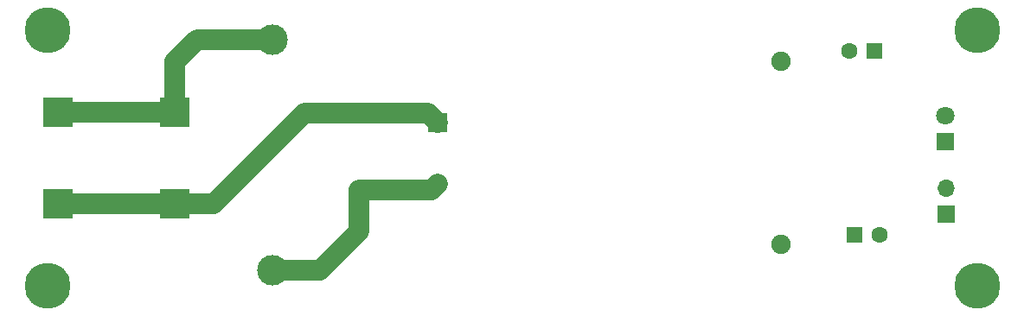
<source format=gbr>
G04 #@! TF.GenerationSoftware,KiCad,Pcbnew,(5.0.1)-3*
G04 #@! TF.CreationDate,2021-03-31T10:43:35+05:45*
G04 #@! TF.ProjectId,Power,506F7765722E6B696361645F70636200,rev?*
G04 #@! TF.SameCoordinates,Original*
G04 #@! TF.FileFunction,Copper,L2,Bot,Signal*
G04 #@! TF.FilePolarity,Positive*
%FSLAX46Y46*%
G04 Gerber Fmt 4.6, Leading zero omitted, Abs format (unit mm)*
G04 Created by KiCad (PCBNEW (5.0.1)-3) date 3/31/2021 10:43:35 AM*
%MOMM*%
%LPD*%
G01*
G04 APERTURE LIST*
G04 #@! TA.AperFunction,WasherPad*
%ADD10C,4.500000*%
G04 #@! TD*
G04 #@! TA.AperFunction,ComponentPad*
%ADD11C,3.000000*%
G04 #@! TD*
G04 #@! TA.AperFunction,ComponentPad*
%ADD12R,1.700000X1.700000*%
G04 #@! TD*
G04 #@! TA.AperFunction,ComponentPad*
%ADD13O,1.700000X1.700000*%
G04 #@! TD*
G04 #@! TA.AperFunction,ComponentPad*
%ADD14R,1.800000X1.800000*%
G04 #@! TD*
G04 #@! TA.AperFunction,ComponentPad*
%ADD15C,1.800000*%
G04 #@! TD*
G04 #@! TA.AperFunction,ComponentPad*
%ADD16R,1.900000X1.900000*%
G04 #@! TD*
G04 #@! TA.AperFunction,ComponentPad*
%ADD17C,1.900000*%
G04 #@! TD*
G04 #@! TA.AperFunction,ComponentPad*
%ADD18R,3.000000X3.000000*%
G04 #@! TD*
G04 #@! TA.AperFunction,ComponentPad*
%ADD19C,1.600000*%
G04 #@! TD*
G04 #@! TA.AperFunction,ComponentPad*
%ADD20R,1.600000X1.600000*%
G04 #@! TD*
G04 #@! TA.AperFunction,Conductor*
%ADD21C,2.000000*%
G04 #@! TD*
G04 #@! TA.AperFunction,Conductor*
%ADD22C,1.000000*%
G04 #@! TD*
G04 APERTURE END LIST*
D10*
G04 #@! TO.P,MH2,*
G04 #@! TO.N,*
X148000000Y-68000000D03*
G04 #@! TD*
G04 #@! TO.P,MH2,*
G04 #@! TO.N,*
X239000000Y-68000000D03*
G04 #@! TD*
G04 #@! TO.P,MH2,*
G04 #@! TO.N,*
X239000000Y-43000000D03*
G04 #@! TD*
D11*
G04 #@! TO.P,F1,1*
G04 #@! TO.N,Net-(F1-Pad1)*
X170000000Y-66500000D03*
G04 #@! TO.P,F1,2*
G04 #@! TO.N,Net-(F1-Pad2)*
X170000000Y-43900000D03*
G04 #@! TD*
D12*
G04 #@! TO.P,J1,1*
G04 #@! TO.N,5V*
X236000000Y-61000000D03*
D13*
G04 #@! TO.P,J1,2*
G04 #@! TO.N,GND*
X236000000Y-58460000D03*
G04 #@! TD*
D14*
G04 #@! TO.P,D1,1*
G04 #@! TO.N,GND*
X235930000Y-53920000D03*
D15*
G04 #@! TO.P,D1,2*
G04 #@! TO.N,Net-(D1-Pad2)*
X235930000Y-51380000D03*
G04 #@! TD*
D10*
G04 #@! TO.P,MH1,*
G04 #@! TO.N,*
X148000000Y-43000000D03*
G04 #@! TD*
D16*
G04 #@! TO.P,PS1,1*
G04 #@! TO.N,Net-(J2-Pad1)*
X186200000Y-52000000D03*
D17*
G04 #@! TO.P,PS1,2*
G04 #@! TO.N,Net-(F1-Pad1)*
X186200000Y-58000000D03*
G04 #@! TO.P,PS1,3*
G04 #@! TO.N,GND*
X219800000Y-46000000D03*
G04 #@! TO.P,PS1,4*
G04 #@! TO.N,5V*
X219800000Y-64000000D03*
G04 #@! TD*
D18*
G04 #@! TO.P,J2,1*
G04 #@! TO.N,Net-(J2-Pad1)*
X149000000Y-60000000D03*
G04 #@! TO.P,J2,2*
G04 #@! TO.N,Net-(F1-Pad2)*
X149000000Y-51000000D03*
G04 #@! TO.P,J2,1*
G04 #@! TO.N,Net-(J2-Pad1)*
X160500000Y-60000000D03*
G04 #@! TO.P,J2,2*
G04 #@! TO.N,Net-(F1-Pad2)*
X160500000Y-51000000D03*
G04 #@! TD*
D15*
G04 #@! TO.P,RV1,1*
G04 #@! TO.N,Net-(F1-Pad1)*
X178480000Y-58590000D03*
G04 #@! TO.P,RV1,2*
G04 #@! TO.N,Net-(J2-Pad1)*
X179880000Y-51090000D03*
G04 #@! TD*
D19*
G04 #@! TO.P,C3,2*
G04 #@! TO.N,GND*
X229500000Y-63000000D03*
D20*
G04 #@! TO.P,C3,1*
G04 #@! TO.N,5V*
X227000000Y-63000000D03*
G04 #@! TD*
G04 #@! TO.P,C4,1*
G04 #@! TO.N,5V*
X229000000Y-45000000D03*
D19*
G04 #@! TO.P,C4,2*
G04 #@! TO.N,GND*
X226500000Y-45000000D03*
G04 #@! TD*
D21*
G04 #@! TO.N,Net-(F1-Pad1)*
X178480000Y-62690000D02*
X178480000Y-58590000D01*
X174670000Y-66500000D02*
X178480000Y-62690000D01*
X170000000Y-66500000D02*
X174670000Y-66500000D01*
X185610000Y-58590000D02*
X186200000Y-58000000D01*
X178480000Y-58590000D02*
X185610000Y-58590000D01*
G04 #@! TO.N,Net-(F1-Pad2)*
X149000000Y-51000000D02*
X160500000Y-51000000D01*
X160500000Y-51000000D02*
X160500000Y-46010000D01*
X160500000Y-46010000D02*
X162650000Y-43860000D01*
X162690000Y-43900000D02*
X170000000Y-43900000D01*
D22*
X162650000Y-43860000D02*
X162690000Y-43900000D01*
D21*
G04 #@! TO.N,Net-(J2-Pad1)*
X149000000Y-60000000D02*
X160500000Y-60000000D01*
X160500000Y-60000000D02*
X164280000Y-60000000D01*
X164280000Y-60000000D02*
X173190000Y-51090000D01*
X173190000Y-51090000D02*
X179880000Y-51090000D01*
X185290000Y-51090000D02*
X186200000Y-52000000D01*
X179880000Y-51090000D02*
X185290000Y-51090000D01*
G04 #@! TD*
M02*

</source>
